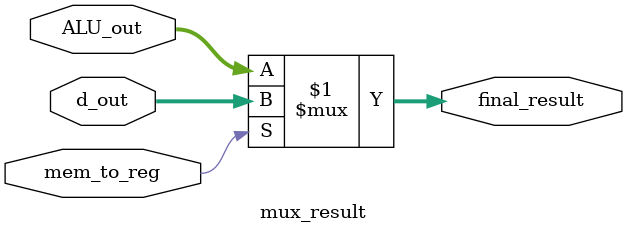
<source format=sv>
module mux_result(
                  input logic mem_to_reg,
                  input logic[31:0] d_out,
                  input logic[31:0] ALU_out,
                  output logic[31:0] final_result
                  );
                  
                  assign final_result = (mem_to_reg)?d_out : ALU_out;
                  
endmodule
</source>
